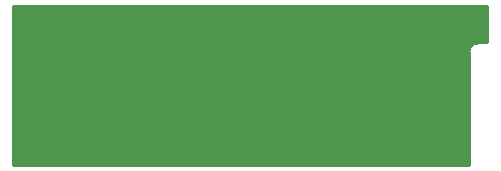
<source format=gbr>
%TF.GenerationSoftware,KiCad,Pcbnew,(5.1.8)-1*%
%TF.CreationDate,2021-12-10T09:17:19+01:00*%
%TF.ProjectId,FirePlaceSideB,46697265-506c-4616-9365-53696465422e,rev?*%
%TF.SameCoordinates,Original*%
%TF.FileFunction,Copper,L2,Bot*%
%TF.FilePolarity,Positive*%
%FSLAX46Y46*%
G04 Gerber Fmt 4.6, Leading zero omitted, Abs format (unit mm)*
G04 Created by KiCad (PCBNEW (5.1.8)-1) date 2021-12-10 09:17:19*
%MOMM*%
%LPD*%
G01*
G04 APERTURE LIST*
%TA.AperFunction,NonConductor*%
%ADD10C,0.254000*%
%TD*%
%TA.AperFunction,NonConductor*%
%ADD11C,0.100000*%
%TD*%
G04 APERTURE END LIST*
D10*
X61111066Y-24665000D02*
X60280106Y-24665000D01*
X60244001Y-24661444D01*
X60207896Y-24665000D01*
X60099916Y-24675635D01*
X59961368Y-24717663D01*
X59833681Y-24785913D01*
X59721763Y-24877762D01*
X59629914Y-24989680D01*
X59561664Y-25117367D01*
X59519636Y-25255915D01*
X59505445Y-25400000D01*
X59509002Y-25436115D01*
X59509001Y-35079000D01*
X20977563Y-35079000D01*
X20978736Y-21549703D01*
X21843784Y-21549000D01*
X61109395Y-21549000D01*
X61111066Y-24665000D01*
%TA.AperFunction,NonConductor*%
D11*
G36*
X61111066Y-24665000D02*
G01*
X60280106Y-24665000D01*
X60244001Y-24661444D01*
X60207896Y-24665000D01*
X60099916Y-24675635D01*
X59961368Y-24717663D01*
X59833681Y-24785913D01*
X59721763Y-24877762D01*
X59629914Y-24989680D01*
X59561664Y-25117367D01*
X59519636Y-25255915D01*
X59505445Y-25400000D01*
X59509002Y-25436115D01*
X59509001Y-35079000D01*
X20977563Y-35079000D01*
X20978736Y-21549703D01*
X21843784Y-21549000D01*
X61109395Y-21549000D01*
X61111066Y-24665000D01*
G37*
%TD.AperFunction*%
M02*

</source>
